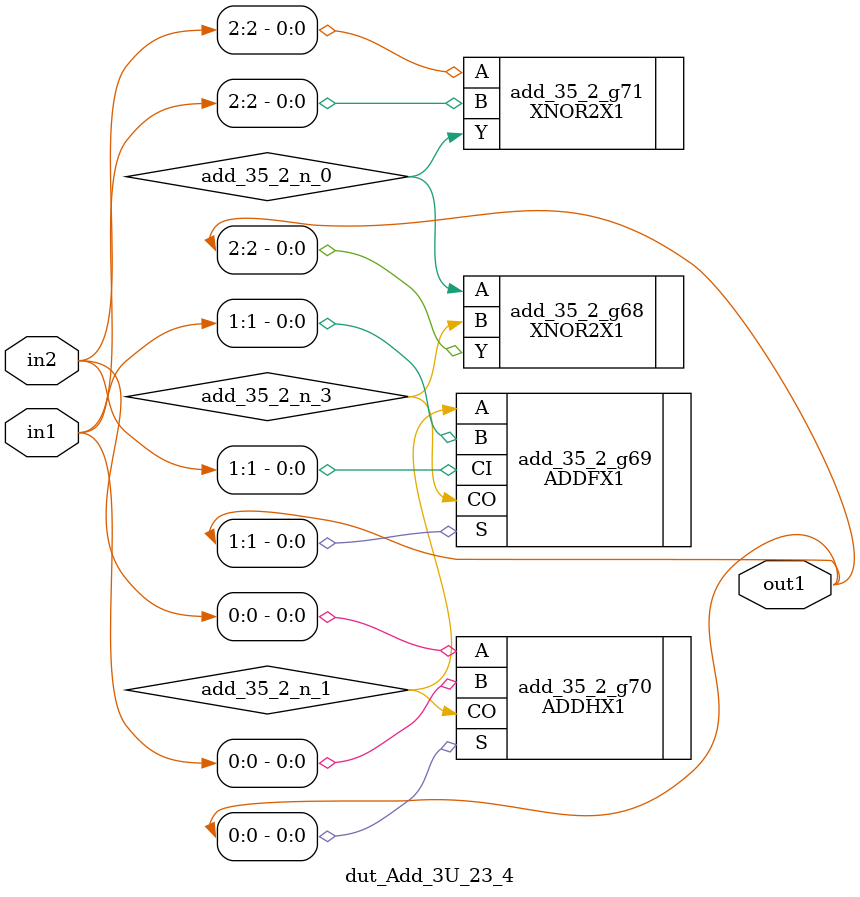
<source format=v>
`timescale 1ps / 1ps


module dut_Add_3U_23_4(in2, in1, out1);
  input [2:0] in2, in1;
  output [2:0] out1;
  wire [2:0] in2, in1;
  wire [2:0] out1;
  wire add_35_2_n_0, add_35_2_n_1, add_35_2_n_3;
  XNOR2X1 add_35_2_g68(.A (add_35_2_n_0), .B (add_35_2_n_3), .Y
       (out1[2]));
  ADDFX1 add_35_2_g69(.A (add_35_2_n_1), .B (in1[1]), .CI (in2[1]), .CO
       (add_35_2_n_3), .S (out1[1]));
  ADDHX1 add_35_2_g70(.A (in2[0]), .B (in1[0]), .CO (add_35_2_n_1), .S
       (out1[0]));
  XNOR2X1 add_35_2_g71(.A (in2[2]), .B (in1[2]), .Y (add_35_2_n_0));
endmodule



</source>
